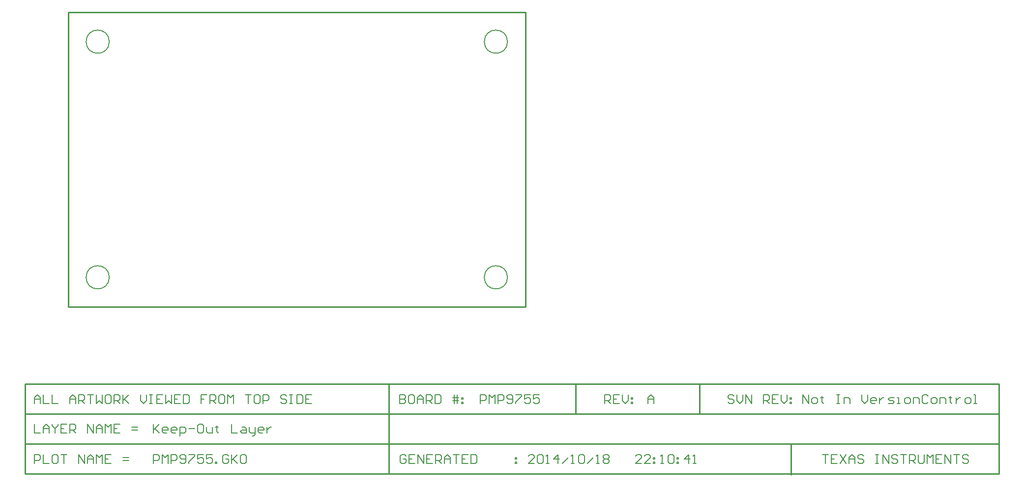
<source format=gko>
%FSAX25Y25*%
%MOIN*%
G70*
G01*
G75*
G04 Layer_Color=16711935*
%ADD10C,0.03000*%
%ADD11C,0.01500*%
%ADD12C,0.01400*%
%ADD13R,0.02362X0.01969*%
%ADD14R,0.03740X0.03937*%
%ADD15R,0.08858X0.07677*%
%ADD16R,0.11417X0.21260*%
%ADD17R,0.03602X0.04803*%
%ADD18R,0.03937X0.03740*%
%ADD19R,0.10512X0.10000*%
%ADD20R,0.03000X0.05000*%
%ADD21R,0.08000X0.14000*%
%ADD22R,0.05000X0.01500*%
%ADD23R,0.05118X0.13386*%
%ADD24R,0.02362X0.05906*%
%ADD25C,0.01000*%
%ADD26C,0.02000*%
%ADD27C,0.10000*%
%ADD28C,0.00800*%
%ADD29R,0.07000X0.06500*%
%ADD30R,0.08500X0.03500*%
%ADD31R,0.15500X0.02676*%
%ADD32R,0.07500X0.03500*%
%ADD33R,0.14500X0.18000*%
%ADD34R,0.11500X0.04500*%
%ADD35R,0.02500X0.06500*%
%ADD36R,0.08500X0.12500*%
%ADD37R,0.10000X0.12000*%
%ADD38R,0.10000X0.10000*%
%ADD39R,0.05498X0.06227*%
%ADD40R,0.14500X0.07000*%
%ADD41R,0.16000X0.12000*%
%ADD42R,0.08000X0.07000*%
%ADD43R,0.11000X0.02500*%
%ADD44R,0.11012X0.05619*%
%ADD45R,0.09000X0.09000*%
%ADD46R,0.23000X0.16000*%
%ADD47R,0.20000X0.15000*%
%ADD48R,0.14720X0.04998*%
%ADD49R,0.04720X0.04845*%
%ADD50R,0.22000X0.06000*%
%ADD51R,0.12000X0.05000*%
%ADD52R,0.09000X0.06000*%
%ADD53R,0.05000X0.04000*%
%ADD54R,0.04000X0.05000*%
%ADD55R,0.08000X0.06000*%
%ADD56R,0.05000X0.05850*%
%ADD57R,0.06000X0.06000*%
%ADD58R,0.11500X0.05000*%
%ADD59R,0.06000X0.04998*%
%ADD60R,0.04998X0.05000*%
%ADD61R,1.25500X0.05000*%
%ADD62R,0.57000X0.12000*%
%ADD63R,0.24500X0.17500*%
%ADD64R,0.21227X0.14000*%
%ADD65R,1.34000X0.16000*%
%ADD66R,0.24500X0.04000*%
%ADD67R,0.18000X0.04500*%
%ADD68R,0.72000X0.39000*%
%ADD69R,0.06500X0.08500*%
%ADD70R,0.11024X0.11024*%
%ADD71C,0.11024*%
%ADD72R,0.06496X0.06496*%
%ADD73C,0.06496*%
%ADD74C,0.06299*%
%ADD75R,0.06299X0.06299*%
%ADD76C,0.06693*%
%ADD77R,0.06496X0.06496*%
%ADD78C,0.04000*%
%ADD79C,0.03200*%
%ADD80C,0.05000*%
%ADD81R,0.07000X0.08000*%
%ADD82R,0.10404X0.02104*%
%ADD83C,0.00787*%
%ADD84C,0.00984*%
%ADD85C,0.00700*%
%ADD86C,0.00600*%
%ADD87R,0.02000X0.09200*%
%ADD88R,0.02756X0.02362*%
%ADD89R,0.04134X0.04331*%
%ADD90R,0.09252X0.08071*%
%ADD91R,0.11811X0.21654*%
%ADD92R,0.03996X0.05197*%
%ADD93R,0.04331X0.04134*%
%ADD94R,0.10906X0.10394*%
%ADD95R,0.03394X0.05394*%
%ADD96R,0.08394X0.14394*%
%ADD97R,0.05394X0.01894*%
%ADD98R,0.05512X0.13780*%
%ADD99R,0.02756X0.06299*%
%ADD100R,0.11417X0.11417*%
%ADD101C,0.11417*%
%ADD102R,0.06693X0.06693*%
%ADD103C,0.07087*%
%ADD104C,0.04394*%
%ADD105C,0.03594*%
%ADD106C,0.00500*%
%ADD107C,0.00400*%
G54D25*
X0069200Y0153400D02*
Y0353400D01*
X0379200D01*
Y0153400D02*
Y0353400D01*
X0069200Y0153400D02*
X0379200D01*
X0559400Y0039400D02*
Y0059683D01*
X0440500Y0040050D02*
X0700200D01*
Y0101050D01*
X0286500Y0040050D02*
Y0101050D01*
X0040000Y0040050D02*
Y0101050D01*
X0040050Y0040050D02*
X0197600D01*
X0040050D02*
Y0101050D01*
Y0101050D02*
X0700200D01*
X0040000Y0040050D02*
X0440500D01*
X0040000Y0060383D02*
X0700000D01*
X0040000Y0080717D02*
X0700200D01*
X0413200D02*
Y0101050D01*
X0497200Y0080717D02*
Y0101050D01*
G54D28*
X0126900Y0073549D02*
Y0067551D01*
Y0069550D01*
X0130899Y0073549D01*
X0127900Y0070550D01*
X0130899Y0067551D01*
X0135897D02*
X0133898D01*
X0132898Y0068550D01*
Y0070550D01*
X0133898Y0071549D01*
X0135897D01*
X0136897Y0070550D01*
Y0069550D01*
X0132898D01*
X0141895Y0067551D02*
X0139896D01*
X0138896Y0068550D01*
Y0070550D01*
X0139896Y0071549D01*
X0141895D01*
X0142895Y0070550D01*
Y0069550D01*
X0138896D01*
X0144894Y0065551D02*
Y0071549D01*
X0147893D01*
X0148893Y0070550D01*
Y0068550D01*
X0147893Y0067551D01*
X0144894D01*
X0150892Y0070550D02*
X0154891D01*
X0159889Y0073549D02*
X0157890D01*
X0156890Y0072549D01*
Y0068550D01*
X0157890Y0067551D01*
X0159889D01*
X0160889Y0068550D01*
Y0072549D01*
X0159889Y0073549D01*
X0162888Y0071549D02*
Y0068550D01*
X0163888Y0067551D01*
X0166887D01*
Y0071549D01*
X0169886Y0072549D02*
Y0071549D01*
X0168886D01*
X0170886D01*
X0169886D01*
Y0068550D01*
X0170886Y0067551D01*
X0179883Y0073549D02*
Y0067551D01*
X0183882D01*
X0186881Y0071549D02*
X0188880D01*
X0189880Y0070550D01*
Y0067551D01*
X0186881D01*
X0185881Y0068550D01*
X0186881Y0069550D01*
X0189880D01*
X0191879Y0071549D02*
Y0068550D01*
X0192879Y0067551D01*
X0195878D01*
Y0066551D01*
X0194878Y0065551D01*
X0193878D01*
X0195878Y0067551D02*
Y0071549D01*
X0200876Y0067551D02*
X0198877D01*
X0197877Y0068550D01*
Y0070550D01*
X0198877Y0071549D01*
X0200876D01*
X0201876Y0070550D01*
Y0069550D01*
X0197877D01*
X0203875Y0071549D02*
Y0067551D01*
Y0069550D01*
X0204875Y0070550D01*
X0205874Y0071549D01*
X0206874D01*
X0580500Y0052965D02*
X0584499D01*
X0582499D01*
Y0046966D01*
X0590497Y0052965D02*
X0586498D01*
Y0046966D01*
X0590497D01*
X0586498Y0049966D02*
X0588497D01*
X0592496Y0052965D02*
X0596495Y0046966D01*
Y0052965D02*
X0592496Y0046966D01*
X0598494D02*
Y0050965D01*
X0600493Y0052965D01*
X0602493Y0050965D01*
Y0046966D01*
Y0049966D01*
X0598494D01*
X0608491Y0051965D02*
X0607491Y0052965D01*
X0605492D01*
X0604492Y0051965D01*
Y0050965D01*
X0605492Y0049966D01*
X0607491D01*
X0608491Y0048966D01*
Y0047966D01*
X0607491Y0046966D01*
X0605492D01*
X0604492Y0047966D01*
X0616488Y0052965D02*
X0618488D01*
X0617488D01*
Y0046966D01*
X0616488D01*
X0618488D01*
X0621487D02*
Y0052965D01*
X0625486Y0046966D01*
Y0052965D01*
X0631484Y0051965D02*
X0630484Y0052965D01*
X0628484D01*
X0627485Y0051965D01*
Y0050965D01*
X0628484Y0049966D01*
X0630484D01*
X0631484Y0048966D01*
Y0047966D01*
X0630484Y0046966D01*
X0628484D01*
X0627485Y0047966D01*
X0633483Y0052965D02*
X0637482D01*
X0635482D01*
Y0046966D01*
X0639481D02*
Y0052965D01*
X0642480D01*
X0643480Y0051965D01*
Y0049966D01*
X0642480Y0048966D01*
X0639481D01*
X0641480D02*
X0643480Y0046966D01*
X0645479Y0052965D02*
Y0047966D01*
X0646479Y0046966D01*
X0648478D01*
X0649478Y0047966D01*
Y0052965D01*
X0651477Y0046966D02*
Y0052965D01*
X0653476Y0050965D01*
X0655476Y0052965D01*
Y0046966D01*
X0661474Y0052965D02*
X0657475D01*
Y0046966D01*
X0661474D01*
X0657475Y0049966D02*
X0659474D01*
X0663473Y0046966D02*
Y0052965D01*
X0667472Y0046966D01*
Y0052965D01*
X0669471D02*
X0673470D01*
X0671471D01*
Y0046966D01*
X0679468Y0051965D02*
X0678468Y0052965D01*
X0676469D01*
X0675469Y0051965D01*
Y0050965D01*
X0676469Y0049966D01*
X0678468D01*
X0679468Y0048966D01*
Y0047966D01*
X0678468Y0046966D01*
X0676469D01*
X0675469Y0047966D01*
X0458049Y0046966D02*
X0454050D01*
X0458049Y0050965D01*
Y0051965D01*
X0457049Y0052965D01*
X0455050D01*
X0454050Y0051965D01*
X0464047Y0046966D02*
X0460048D01*
X0464047Y0050965D01*
Y0051965D01*
X0463047Y0052965D01*
X0461048D01*
X0460048Y0051965D01*
X0466046Y0050965D02*
X0467046D01*
Y0049966D01*
X0466046D01*
Y0050965D01*
Y0047966D02*
X0467046D01*
Y0046966D01*
X0466046D01*
Y0047966D01*
X0471044Y0046966D02*
X0473044D01*
X0472044D01*
Y0052965D01*
X0471044Y0051965D01*
X0476043D02*
X0477043Y0052965D01*
X0479042D01*
X0480042Y0051965D01*
Y0047966D01*
X0479042Y0046966D01*
X0477043D01*
X0476043Y0047966D01*
Y0051965D01*
X0482041Y0050965D02*
X0483041D01*
Y0049966D01*
X0482041D01*
Y0050965D01*
Y0047966D02*
X0483041D01*
Y0046966D01*
X0482041D01*
Y0047966D01*
X0490038Y0046966D02*
Y0052965D01*
X0487039Y0049966D01*
X0491038D01*
X0493037Y0046966D02*
X0495037D01*
X0494037D01*
Y0052965D01*
X0493037Y0051965D01*
X0046350Y0046966D02*
Y0052965D01*
X0049349D01*
X0050349Y0051965D01*
Y0049966D01*
X0049349Y0048966D01*
X0046350D01*
X0052348Y0052965D02*
Y0046966D01*
X0056347D01*
X0061345Y0052965D02*
X0059346D01*
X0058346Y0051965D01*
Y0047966D01*
X0059346Y0046966D01*
X0061345D01*
X0062345Y0047966D01*
Y0051965D01*
X0061345Y0052965D01*
X0064344D02*
X0068343D01*
X0066343D01*
Y0046966D01*
X0076340D02*
Y0052965D01*
X0080339Y0046966D01*
Y0052965D01*
X0082338Y0046966D02*
Y0050965D01*
X0084338Y0052965D01*
X0086337Y0050965D01*
Y0046966D01*
Y0049966D01*
X0082338D01*
X0088336Y0046966D02*
Y0052965D01*
X0090336Y0050965D01*
X0092335Y0052965D01*
Y0046966D01*
X0098333Y0052965D02*
X0094335D01*
Y0046966D01*
X0098333D01*
X0094335Y0049966D02*
X0096334D01*
X0106331Y0048966D02*
X0110329D01*
X0106331Y0050965D02*
X0110329D01*
X0046350Y0073549D02*
Y0067551D01*
X0050349D01*
X0052348D02*
Y0071549D01*
X0054347Y0073549D01*
X0056347Y0071549D01*
Y0067551D01*
Y0070550D01*
X0052348D01*
X0058346Y0073549D02*
Y0072549D01*
X0060346Y0070550D01*
X0062345Y0072549D01*
Y0073549D01*
X0060346Y0070550D02*
Y0067551D01*
X0068343Y0073549D02*
X0064344D01*
Y0067551D01*
X0068343D01*
X0064344Y0070550D02*
X0066343D01*
X0070342Y0067551D02*
Y0073549D01*
X0073341D01*
X0074341Y0072549D01*
Y0070550D01*
X0073341Y0069550D01*
X0070342D01*
X0072342D02*
X0074341Y0067551D01*
X0082338D02*
Y0073549D01*
X0086337Y0067551D01*
Y0073549D01*
X0088336Y0067551D02*
Y0071549D01*
X0090336Y0073549D01*
X0092335Y0071549D01*
Y0067551D01*
Y0070550D01*
X0088336D01*
X0094335Y0067551D02*
Y0073549D01*
X0096334Y0071549D01*
X0098333Y0073549D01*
Y0067551D01*
X0104331Y0073549D02*
X0100332D01*
Y0067551D01*
X0104331D01*
X0100332Y0070550D02*
X0102332D01*
X0112329Y0069550D02*
X0116327D01*
X0112329Y0071549D02*
X0116327D01*
X0294000Y0093831D02*
Y0087833D01*
X0296999D01*
X0297999Y0088833D01*
Y0089833D01*
X0296999Y0090832D01*
X0294000D01*
X0296999D01*
X0297999Y0091832D01*
Y0092832D01*
X0296999Y0093831D01*
X0294000D01*
X0302997D02*
X0300998D01*
X0299998Y0092832D01*
Y0088833D01*
X0300998Y0087833D01*
X0302997D01*
X0303997Y0088833D01*
Y0092832D01*
X0302997Y0093831D01*
X0305996Y0087833D02*
Y0091832D01*
X0307996Y0093831D01*
X0309995Y0091832D01*
Y0087833D01*
Y0090832D01*
X0305996D01*
X0311994Y0087833D02*
Y0093831D01*
X0314993D01*
X0315993Y0092832D01*
Y0090832D01*
X0314993Y0089833D01*
X0311994D01*
X0313994D02*
X0315993Y0087833D01*
X0317992Y0093831D02*
Y0087833D01*
X0320991D01*
X0321991Y0088833D01*
Y0092832D01*
X0320991Y0093831D01*
X0317992D01*
X0330988Y0087833D02*
Y0093831D01*
X0332987D02*
Y0087833D01*
X0329988Y0091832D02*
X0332987D01*
X0333987D01*
X0329988Y0089833D02*
X0333987D01*
X0335986Y0091832D02*
X0336986D01*
Y0090832D01*
X0335986D01*
Y0091832D01*
Y0088833D02*
X0336986D01*
Y0087833D01*
X0335986D01*
Y0088833D01*
X0348550Y0087833D02*
Y0093831D01*
X0351549D01*
X0352549Y0092832D01*
Y0090832D01*
X0351549Y0089833D01*
X0348550D01*
X0354548Y0087833D02*
Y0093831D01*
X0356547Y0091832D01*
X0358547Y0093831D01*
Y0087833D01*
X0360546D02*
Y0093831D01*
X0363545D01*
X0364545Y0092832D01*
Y0090832D01*
X0363545Y0089833D01*
X0360546D01*
X0366544Y0088833D02*
X0367544Y0087833D01*
X0369543D01*
X0370543Y0088833D01*
Y0092832D01*
X0369543Y0093831D01*
X0367544D01*
X0366544Y0092832D01*
Y0091832D01*
X0367544Y0090832D01*
X0370543D01*
X0372542Y0093831D02*
X0376541D01*
Y0092832D01*
X0372542Y0088833D01*
Y0087833D01*
X0382539Y0093831D02*
X0378540D01*
Y0090832D01*
X0380540Y0091832D01*
X0381539D01*
X0382539Y0090832D01*
Y0088833D01*
X0381539Y0087833D01*
X0379540D01*
X0378540Y0088833D01*
X0388537Y0093831D02*
X0384538D01*
Y0090832D01*
X0386538Y0091832D01*
X0387537D01*
X0388537Y0090832D01*
Y0088833D01*
X0387537Y0087833D01*
X0385538D01*
X0384538Y0088833D01*
X0462150Y0087833D02*
Y0091832D01*
X0464149Y0093831D01*
X0466149Y0091832D01*
Y0087833D01*
Y0090832D01*
X0462150D01*
X0046350Y0087833D02*
Y0091832D01*
X0048349Y0093831D01*
X0050349Y0091832D01*
Y0087833D01*
Y0090832D01*
X0046350D01*
X0052348Y0093831D02*
Y0087833D01*
X0056347D01*
X0058346Y0093831D02*
Y0087833D01*
X0062345D01*
X0070342D02*
Y0091832D01*
X0072342Y0093831D01*
X0074341Y0091832D01*
Y0087833D01*
Y0090832D01*
X0070342D01*
X0076340Y0087833D02*
Y0093831D01*
X0079339D01*
X0080339Y0092832D01*
Y0090832D01*
X0079339Y0089833D01*
X0076340D01*
X0078340D02*
X0080339Y0087833D01*
X0082338Y0093831D02*
X0086337D01*
X0084338D01*
Y0087833D01*
X0088336Y0093831D02*
Y0087833D01*
X0090336Y0089833D01*
X0092335Y0087833D01*
Y0093831D01*
X0097334D02*
X0095334D01*
X0094335Y0092832D01*
Y0088833D01*
X0095334Y0087833D01*
X0097334D01*
X0098333Y0088833D01*
Y0092832D01*
X0097334Y0093831D01*
X0100332Y0087833D02*
Y0093831D01*
X0103332D01*
X0104331Y0092832D01*
Y0090832D01*
X0103332Y0089833D01*
X0100332D01*
X0102332D02*
X0104331Y0087833D01*
X0106331Y0093831D02*
Y0087833D01*
Y0089833D01*
X0110329Y0093831D01*
X0107330Y0090832D01*
X0110329Y0087833D01*
X0118327Y0093831D02*
Y0089833D01*
X0120326Y0087833D01*
X0122325Y0089833D01*
Y0093831D01*
X0124325D02*
X0126324D01*
X0125324D01*
Y0087833D01*
X0124325D01*
X0126324D01*
X0133322Y0093831D02*
X0129323D01*
Y0087833D01*
X0133322D01*
X0129323Y0090832D02*
X0131323D01*
X0135321Y0093831D02*
Y0087833D01*
X0137321Y0089833D01*
X0139320Y0087833D01*
Y0093831D01*
X0145318D02*
X0141319D01*
Y0087833D01*
X0145318D01*
X0141319Y0090832D02*
X0143319D01*
X0147317Y0093831D02*
Y0087833D01*
X0150316D01*
X0151316Y0088833D01*
Y0092832D01*
X0150316Y0093831D01*
X0147317D01*
X0163312D02*
X0159313D01*
Y0090832D01*
X0161313D01*
X0159313D01*
Y0087833D01*
X0165312D02*
Y0093831D01*
X0168310D01*
X0169310Y0092832D01*
Y0090832D01*
X0168310Y0089833D01*
X0165312D01*
X0167311D02*
X0169310Y0087833D01*
X0174309Y0093831D02*
X0172309D01*
X0171310Y0092832D01*
Y0088833D01*
X0172309Y0087833D01*
X0174309D01*
X0175308Y0088833D01*
Y0092832D01*
X0174309Y0093831D01*
X0177308Y0087833D02*
Y0093831D01*
X0179307Y0091832D01*
X0181306Y0093831D01*
Y0087833D01*
X0189304Y0093831D02*
X0193303D01*
X0191303D01*
Y0087833D01*
X0198301Y0093831D02*
X0196301D01*
X0195302Y0092832D01*
Y0088833D01*
X0196301Y0087833D01*
X0198301D01*
X0199301Y0088833D01*
Y0092832D01*
X0198301Y0093831D01*
X0201300Y0087833D02*
Y0093831D01*
X0204299D01*
X0205299Y0092832D01*
Y0090832D01*
X0204299Y0089833D01*
X0201300D01*
X0217295Y0092832D02*
X0216295Y0093831D01*
X0214296D01*
X0213296Y0092832D01*
Y0091832D01*
X0214296Y0090832D01*
X0216295D01*
X0217295Y0089833D01*
Y0088833D01*
X0216295Y0087833D01*
X0214296D01*
X0213296Y0088833D01*
X0219294Y0093831D02*
X0221293D01*
X0220294D01*
Y0087833D01*
X0219294D01*
X0221293D01*
X0224292Y0093831D02*
Y0087833D01*
X0227291D01*
X0228291Y0088833D01*
Y0092832D01*
X0227291Y0093831D01*
X0224292D01*
X0234289D02*
X0230291D01*
Y0087833D01*
X0234289D01*
X0230291Y0090832D02*
X0232290D01*
X0298199Y0051965D02*
X0297199Y0052965D01*
X0295200D01*
X0294200Y0051965D01*
Y0047966D01*
X0295200Y0046966D01*
X0297199D01*
X0298199Y0047966D01*
Y0049966D01*
X0296199D01*
X0304197Y0052965D02*
X0300198D01*
Y0046966D01*
X0304197D01*
X0300198Y0049966D02*
X0302197D01*
X0306196Y0046966D02*
Y0052965D01*
X0310195Y0046966D01*
Y0052965D01*
X0316193D02*
X0312194D01*
Y0046966D01*
X0316193D01*
X0312194Y0049966D02*
X0314194D01*
X0318192Y0046966D02*
Y0052965D01*
X0321191D01*
X0322191Y0051965D01*
Y0049966D01*
X0321191Y0048966D01*
X0318192D01*
X0320192D02*
X0322191Y0046966D01*
X0324190D02*
Y0050965D01*
X0326190Y0052965D01*
X0328189Y0050965D01*
Y0046966D01*
Y0049966D01*
X0324190D01*
X0330188Y0052965D02*
X0334187D01*
X0332188D01*
Y0046966D01*
X0340185Y0052965D02*
X0336186D01*
Y0046966D01*
X0340185D01*
X0336186Y0049966D02*
X0338186D01*
X0342184Y0052965D02*
Y0046966D01*
X0345183D01*
X0346183Y0047966D01*
Y0051965D01*
X0345183Y0052965D01*
X0342184D01*
X0372175Y0050965D02*
X0373175D01*
Y0049966D01*
X0372175D01*
Y0050965D01*
Y0047966D02*
X0373175D01*
Y0046966D01*
X0372175D01*
Y0047966D01*
X0385149Y0046966D02*
X0381150D01*
X0385149Y0050965D01*
Y0051965D01*
X0384149Y0052965D01*
X0382150D01*
X0381150Y0051965D01*
X0387148D02*
X0388148Y0052965D01*
X0390147D01*
X0391147Y0051965D01*
Y0047966D01*
X0390147Y0046966D01*
X0388148D01*
X0387148Y0047966D01*
Y0051965D01*
X0393146Y0046966D02*
X0395146D01*
X0394146D01*
Y0052965D01*
X0393146Y0051965D01*
X0401144Y0046966D02*
Y0052965D01*
X0398145Y0049966D01*
X0402143D01*
X0404143Y0046966D02*
X0408141Y0050965D01*
X0410141Y0046966D02*
X0412140D01*
X0411140D01*
Y0052965D01*
X0410141Y0051965D01*
X0415139D02*
X0416139Y0052965D01*
X0418138D01*
X0419138Y0051965D01*
Y0047966D01*
X0418138Y0046966D01*
X0416139D01*
X0415139Y0047966D01*
Y0051965D01*
X0421137Y0046966D02*
X0425136Y0050965D01*
X0427135Y0046966D02*
X0429135D01*
X0428135D01*
Y0052965D01*
X0427135Y0051965D01*
X0432133D02*
X0433133Y0052965D01*
X0435133D01*
X0436132Y0051965D01*
Y0050965D01*
X0435133Y0049966D01*
X0436132Y0048966D01*
Y0047966D01*
X0435133Y0046966D01*
X0433133D01*
X0432133Y0047966D01*
Y0048966D01*
X0433133Y0049966D01*
X0432133Y0050965D01*
Y0051965D01*
X0433133Y0049966D02*
X0435133D01*
X0126900Y0046966D02*
Y0052965D01*
X0129899D01*
X0130899Y0051965D01*
Y0049966D01*
X0129899Y0048966D01*
X0126900D01*
X0132898Y0046966D02*
Y0052965D01*
X0134897Y0050965D01*
X0136897Y0052965D01*
Y0046966D01*
X0138896D02*
Y0052965D01*
X0141895D01*
X0142895Y0051965D01*
Y0049966D01*
X0141895Y0048966D01*
X0138896D01*
X0144894Y0047966D02*
X0145894Y0046966D01*
X0147893D01*
X0148893Y0047966D01*
Y0051965D01*
X0147893Y0052965D01*
X0145894D01*
X0144894Y0051965D01*
Y0050965D01*
X0145894Y0049966D01*
X0148893D01*
X0150892Y0052965D02*
X0154891D01*
Y0051965D01*
X0150892Y0047966D01*
Y0046966D01*
X0160889Y0052965D02*
X0156890D01*
Y0049966D01*
X0158890Y0050965D01*
X0159889D01*
X0160889Y0049966D01*
Y0047966D01*
X0159889Y0046966D01*
X0157890D01*
X0156890Y0047966D01*
X0166887Y0052965D02*
X0162888D01*
Y0049966D01*
X0164888Y0050965D01*
X0165887D01*
X0166887Y0049966D01*
Y0047966D01*
X0165887Y0046966D01*
X0163888D01*
X0162888Y0047966D01*
X0168886Y0046966D02*
Y0047966D01*
X0169886D01*
Y0046966D01*
X0168886D01*
X0177884Y0051965D02*
X0176884Y0052965D01*
X0174884D01*
X0173885Y0051965D01*
Y0047966D01*
X0174884Y0046966D01*
X0176884D01*
X0177884Y0047966D01*
Y0049966D01*
X0175884D01*
X0179883Y0052965D02*
Y0046966D01*
Y0048966D01*
X0183882Y0052965D01*
X0180883Y0049966D01*
X0183882Y0046966D01*
X0188880Y0052965D02*
X0186881D01*
X0185881Y0051965D01*
Y0047966D01*
X0186881Y0046966D01*
X0188880D01*
X0189880Y0047966D01*
Y0051965D01*
X0188880Y0052965D01*
X0433000Y0087833D02*
Y0093831D01*
X0435999D01*
X0436999Y0092832D01*
Y0090832D01*
X0435999Y0089833D01*
X0433000D01*
X0434999D02*
X0436999Y0087833D01*
X0442997Y0093831D02*
X0438998D01*
Y0087833D01*
X0442997D01*
X0438998Y0090832D02*
X0440997D01*
X0444996Y0093831D02*
Y0089833D01*
X0446995Y0087833D01*
X0448995Y0089833D01*
Y0093831D01*
X0450994Y0091832D02*
X0451994D01*
Y0090832D01*
X0450994D01*
Y0091832D01*
Y0088833D02*
X0451994D01*
Y0087833D01*
X0450994D01*
Y0088833D01*
X0520799Y0092832D02*
X0519799Y0093831D01*
X0517800D01*
X0516800Y0092832D01*
Y0091832D01*
X0517800Y0090832D01*
X0519799D01*
X0520799Y0089833D01*
Y0088833D01*
X0519799Y0087833D01*
X0517800D01*
X0516800Y0088833D01*
X0522798Y0093831D02*
Y0089833D01*
X0524797Y0087833D01*
X0526797Y0089833D01*
Y0093831D01*
X0528796Y0087833D02*
Y0093831D01*
X0532795Y0087833D01*
Y0093831D01*
X0540792Y0087833D02*
Y0093831D01*
X0543791D01*
X0544791Y0092832D01*
Y0090832D01*
X0543791Y0089833D01*
X0540792D01*
X0542792D02*
X0544791Y0087833D01*
X0550789Y0093831D02*
X0546790D01*
Y0087833D01*
X0550789D01*
X0546790Y0090832D02*
X0548790D01*
X0552788Y0093831D02*
Y0089833D01*
X0554788Y0087833D01*
X0556787Y0089833D01*
Y0093831D01*
X0558786Y0091832D02*
X0559786D01*
Y0090832D01*
X0558786D01*
Y0091832D01*
Y0088833D02*
X0559786D01*
Y0087833D01*
X0558786D01*
Y0088833D01*
X0567400Y0087833D02*
Y0093831D01*
X0571399Y0087833D01*
Y0093831D01*
X0574398Y0087833D02*
X0576397D01*
X0577397Y0088833D01*
Y0090832D01*
X0576397Y0091832D01*
X0574398D01*
X0573398Y0090832D01*
Y0088833D01*
X0574398Y0087833D01*
X0580396Y0092832D02*
Y0091832D01*
X0579396D01*
X0581395D01*
X0580396D01*
Y0088833D01*
X0581395Y0087833D01*
X0590393Y0093831D02*
X0592392D01*
X0591392D01*
Y0087833D01*
X0590393D01*
X0592392D01*
X0595391D02*
Y0091832D01*
X0598390D01*
X0599390Y0090832D01*
Y0087833D01*
X0607387Y0093831D02*
Y0089833D01*
X0609386Y0087833D01*
X0611386Y0089833D01*
Y0093831D01*
X0616384Y0087833D02*
X0614385D01*
X0613385Y0088833D01*
Y0090832D01*
X0614385Y0091832D01*
X0616384D01*
X0617384Y0090832D01*
Y0089833D01*
X0613385D01*
X0619383Y0091832D02*
Y0087833D01*
Y0089833D01*
X0620383Y0090832D01*
X0621383Y0091832D01*
X0622382D01*
X0625381Y0087833D02*
X0628380D01*
X0629380Y0088833D01*
X0628380Y0089833D01*
X0626381D01*
X0625381Y0090832D01*
X0626381Y0091832D01*
X0629380D01*
X0631379Y0087833D02*
X0633379D01*
X0632379D01*
Y0091832D01*
X0631379D01*
X0637377Y0087833D02*
X0639377D01*
X0640376Y0088833D01*
Y0090832D01*
X0639377Y0091832D01*
X0637377D01*
X0636378Y0090832D01*
Y0088833D01*
X0637377Y0087833D01*
X0642376D02*
Y0091832D01*
X0645375D01*
X0646374Y0090832D01*
Y0087833D01*
X0652373Y0092832D02*
X0651373Y0093831D01*
X0649373D01*
X0648374Y0092832D01*
Y0088833D01*
X0649373Y0087833D01*
X0651373D01*
X0652373Y0088833D01*
X0655372Y0087833D02*
X0657371D01*
X0658371Y0088833D01*
Y0090832D01*
X0657371Y0091832D01*
X0655372D01*
X0654372Y0090832D01*
Y0088833D01*
X0655372Y0087833D01*
X0660370D02*
Y0091832D01*
X0663369D01*
X0664369Y0090832D01*
Y0087833D01*
X0667368Y0092832D02*
Y0091832D01*
X0666368D01*
X0668367D01*
X0667368D01*
Y0088833D01*
X0668367Y0087833D01*
X0671366Y0091832D02*
Y0087833D01*
Y0089833D01*
X0672366Y0090832D01*
X0673366Y0091832D01*
X0674365D01*
X0678364Y0087833D02*
X0680364D01*
X0681363Y0088833D01*
Y0090832D01*
X0680364Y0091832D01*
X0678364D01*
X0677364Y0090832D01*
Y0088833D01*
X0678364Y0087833D01*
X0683362D02*
X0685362D01*
X0684362D01*
Y0093831D01*
X0683362D01*
G54D106*
X0367074Y0333400D02*
G03*
X0367074Y0333400I-0007874J0000000D01*
G01*
X0097074D02*
G03*
X0097074Y0333400I-0007874J0000000D01*
G01*
Y0173400D02*
G03*
X0097074Y0173400I-0007874J0000000D01*
G01*
X0367074D02*
G03*
X0367074Y0173400I-0007874J0000000D01*
G01*
M02*

</source>
